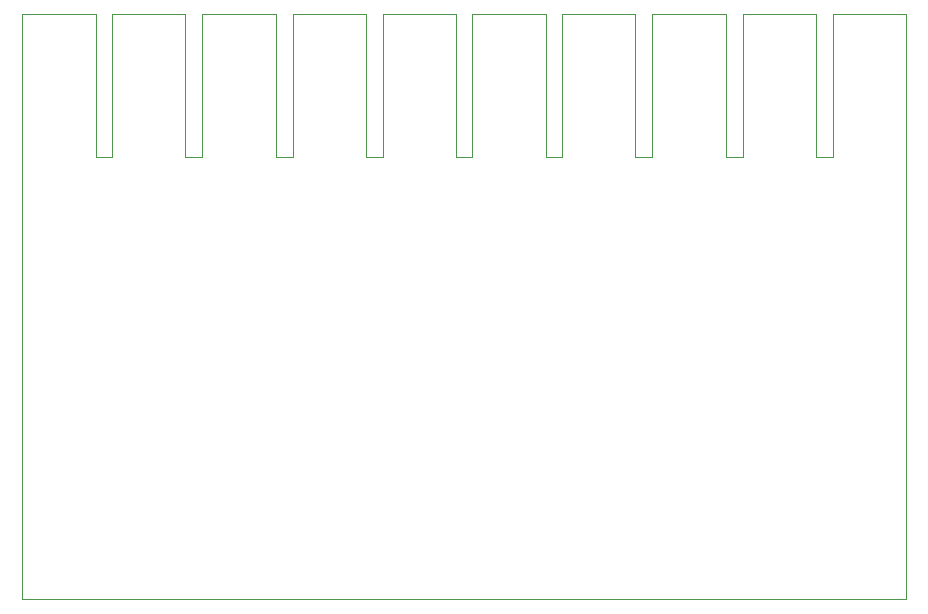
<source format=gbr>
G04 #@! TF.GenerationSoftware,KiCad,Pcbnew,(5.1.5)-3*
G04 #@! TF.CreationDate,2020-02-06T23:40:33-08:00*
G04 #@! TF.ProjectId,psinterface,7073696e-7465-4726-9661-63652e6b6963,rev?*
G04 #@! TF.SameCoordinates,Original*
G04 #@! TF.FileFunction,Profile,NP*
%FSLAX46Y46*%
G04 Gerber Fmt 4.6, Leading zero omitted, Abs format (unit mm)*
G04 Created by KiCad (PCBNEW (5.1.5)-3) date 2020-02-06 23:40:33*
%MOMM*%
%LPD*%
G04 APERTURE LIST*
%ADD10C,0.050000*%
G04 APERTURE END LIST*
D10*
X190400000Y-107400000D02*
X190400000Y-112200000D01*
X115600000Y-107400000D02*
X115600000Y-112200000D01*
X115600000Y-62700000D02*
X115600000Y-107400000D01*
X190400000Y-112200000D02*
X115600000Y-112200000D01*
X184200000Y-62700000D02*
X190400000Y-62700000D01*
X176600000Y-62700000D02*
X182800000Y-62700000D01*
X168900000Y-62700000D02*
X175200000Y-62700000D01*
X161300000Y-62700000D02*
X167500000Y-62700000D01*
X153700000Y-62700000D02*
X159900000Y-62700000D01*
X146100000Y-62700000D02*
X152300000Y-62700000D01*
X138500000Y-62700000D02*
X144700000Y-62700000D01*
X130800000Y-62700000D02*
X137100000Y-62700000D01*
X123200000Y-62700000D02*
X129400000Y-62700000D01*
X115600000Y-62700000D02*
X121800000Y-62700000D01*
X184200000Y-74800000D02*
X184200000Y-62700000D01*
X182800000Y-74800000D02*
X184200000Y-74800000D01*
X182800000Y-62700000D02*
X182800000Y-74800000D01*
X176600000Y-74800000D02*
X176600000Y-62700000D01*
X175200000Y-74800000D02*
X176600000Y-74800000D01*
X175200000Y-62700000D02*
X175200000Y-74800000D01*
X168900000Y-74800000D02*
X168900000Y-62700000D01*
X167500000Y-74800000D02*
X168900000Y-74800000D01*
X167500000Y-62700000D02*
X167500000Y-74800000D01*
X161300000Y-74800000D02*
X161300000Y-62700000D01*
X159900000Y-74800000D02*
X161300000Y-74800000D01*
X159900000Y-62700000D02*
X159900000Y-74800000D01*
X153700000Y-74800000D02*
X153700000Y-62700000D01*
X152300000Y-74800000D02*
X153700000Y-74800000D01*
X152300000Y-62700000D02*
X152300000Y-74800000D01*
X146100000Y-74800000D02*
X146100000Y-62700000D01*
X144700000Y-74800000D02*
X146100000Y-74800000D01*
X144700000Y-62700000D02*
X144700000Y-74800000D01*
X138500000Y-74800000D02*
X138500000Y-62700000D01*
X137100000Y-74800000D02*
X138500000Y-74800000D01*
X137100000Y-62700000D02*
X137100000Y-74800000D01*
X130800000Y-74800000D02*
X130800000Y-62700000D01*
X129400000Y-74800000D02*
X130800000Y-74800000D01*
X129400000Y-62700000D02*
X129400000Y-74800000D01*
X123200000Y-74800000D02*
X123200000Y-62700000D01*
X123100000Y-74800000D02*
X123200000Y-74800000D01*
X121800000Y-74800000D02*
X123100000Y-74800000D01*
X121800000Y-62700000D02*
X121800000Y-74800000D01*
X190400000Y-67300000D02*
X190400000Y-107400000D01*
X190400000Y-65700000D02*
X190400000Y-67300000D01*
X190400000Y-65700000D02*
X190400000Y-62700000D01*
M02*

</source>
